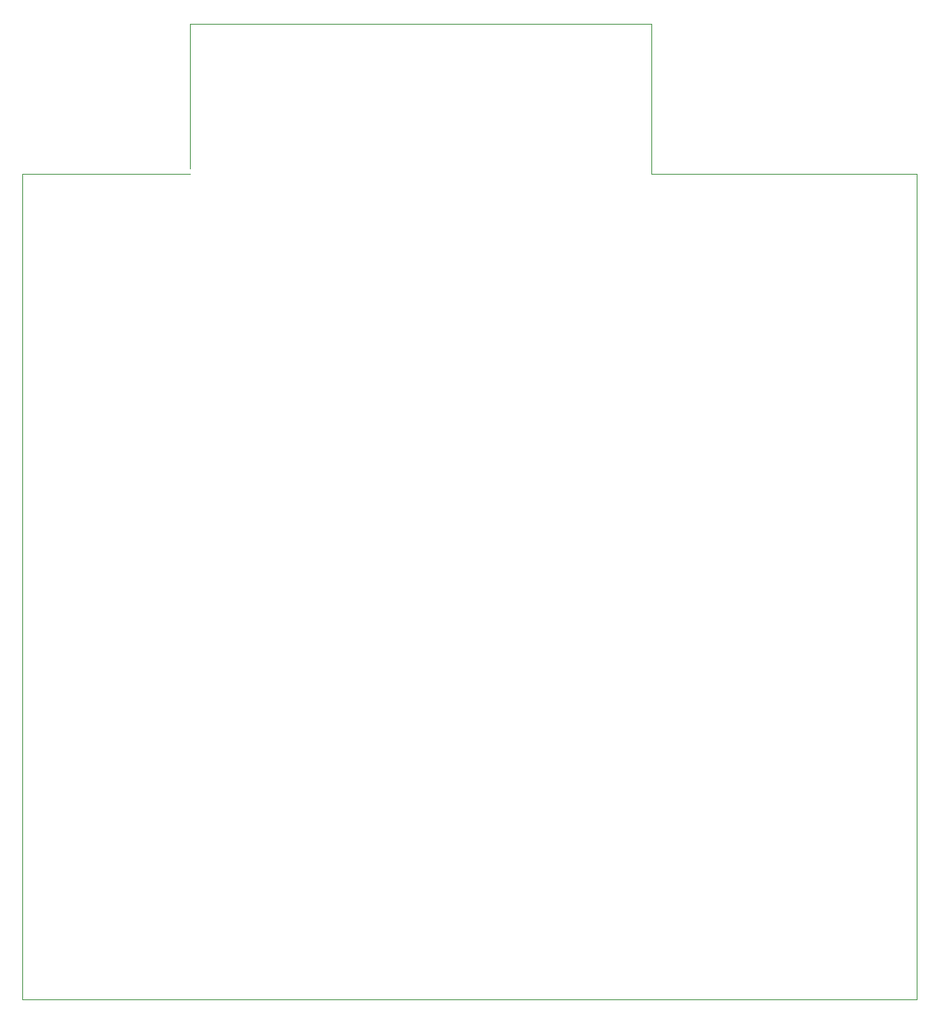
<source format=gbr>
%TF.GenerationSoftware,KiCad,Pcbnew,(5.0.1)-4*%
%TF.CreationDate,2021-04-02T16:30:23+02:00*%
%TF.ProjectId,carte_PhotodectionSuiveurTrans,63617274655F50686F746F6465637469,rev?*%
%TF.SameCoordinates,Original*%
%TF.FileFunction,Profile,NP*%
%FSLAX46Y46*%
G04 Gerber Fmt 4.6, Leading zero omitted, Abs format (unit mm)*
G04 Created by KiCad (PCBNEW (5.0.1)-4) date 02/04/2021 16:30:23*
%MOMM*%
%LPD*%
G01*
G04 APERTURE LIST*
%ADD10C,0.050000*%
G04 APERTURE END LIST*
D10*
X231140000Y-57150000D02*
X247650000Y-57150000D01*
X231140000Y-40640000D02*
X231140000Y-57150000D01*
X161925000Y-57150000D02*
X166370000Y-57150000D01*
X161925000Y-147955000D02*
X161925000Y-57150000D01*
X260350000Y-147955000D02*
X161925000Y-147955000D01*
X260350000Y-57150000D02*
X260350000Y-147955000D01*
X247650000Y-57150000D02*
X260350000Y-57150000D01*
X180340000Y-57150000D02*
X166370000Y-57150000D01*
X180340000Y-40640000D02*
X180340000Y-56515000D01*
X180340000Y-40640000D02*
X231140000Y-40640000D01*
M02*

</source>
